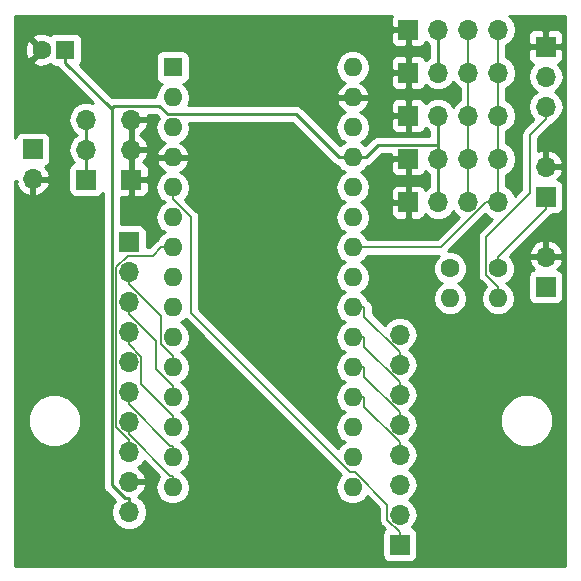
<source format=gbr>
%TF.GenerationSoftware,KiCad,Pcbnew,(5.0.1-3-g963ef8bb5)*%
%TF.CreationDate,2019-05-01T13:18:59-04:00*%
%TF.ProjectId,VHSBase,564853426173652E6B696361645F7063,rev?*%
%TF.SameCoordinates,Original*%
%TF.FileFunction,Copper,L2,Bot,Signal*%
%TF.FilePolarity,Positive*%
%FSLAX46Y46*%
G04 Gerber Fmt 4.6, Leading zero omitted, Abs format (unit mm)*
G04 Created by KiCad (PCBNEW (5.0.1-3-g963ef8bb5)) date Wednesday, May 01, 2019 at 01:18:59 pm*
%MOMM*%
%LPD*%
G01*
G04 APERTURE LIST*
%ADD10O,1.600000X1.600000*%
%ADD11R,1.600000X1.600000*%
%ADD12O,1.700000X1.700000*%
%ADD13R,1.700000X1.700000*%
%ADD14C,1.600000*%
%ADD15C,0.127000*%
%ADD16C,0.250000*%
%ADD17C,0.254000*%
G04 APERTURE END LIST*
D10*
X116215000Y-99255000D03*
X100975000Y-99255000D03*
X116215000Y-63695000D03*
X100975000Y-96715000D03*
X116215000Y-66235000D03*
X100975000Y-94175000D03*
X116215000Y-68775000D03*
X100975000Y-91635000D03*
X116215000Y-71315000D03*
X100975000Y-89095000D03*
X116215000Y-73855000D03*
X100975000Y-86555000D03*
X116215000Y-76395000D03*
X100975000Y-84015000D03*
X116215000Y-78935000D03*
X100975000Y-81475000D03*
X116215000Y-81475000D03*
X100975000Y-78935000D03*
X116215000Y-84015000D03*
X100975000Y-76395000D03*
X116215000Y-86555000D03*
X100975000Y-73855000D03*
X116215000Y-89095000D03*
X100975000Y-71315000D03*
X116215000Y-91635000D03*
X100975000Y-68775000D03*
X116215000Y-94175000D03*
X100975000Y-66235000D03*
X116215000Y-96715000D03*
D11*
X100975000Y-63695000D03*
D12*
X97282000Y-101346000D03*
X97282000Y-98806000D03*
X97282000Y-96266000D03*
X97282000Y-93726000D03*
X97282000Y-91186000D03*
X97282000Y-88646000D03*
X97282000Y-86106000D03*
X97282000Y-83566000D03*
X97282000Y-81026000D03*
D13*
X97282000Y-78486000D03*
D12*
X93646000Y-68116000D03*
X93646000Y-70656000D03*
D13*
X93646000Y-73196000D03*
D12*
X97456000Y-68116000D03*
X97456000Y-70656000D03*
D13*
X97456000Y-73196000D03*
D12*
X132558000Y-72104000D03*
D13*
X132558000Y-74644000D03*
X132558000Y-82264000D03*
D12*
X132558000Y-79724000D03*
D10*
X128526000Y-83250000D03*
D14*
X128526000Y-80710000D03*
X124462000Y-80710000D03*
D10*
X124462000Y-83250000D03*
D12*
X89136000Y-73178000D03*
D13*
X89136000Y-70638000D03*
D14*
X89886000Y-62198000D03*
D11*
X91886000Y-62198000D03*
D12*
X128541000Y-75105000D03*
X126001000Y-75105000D03*
X123461000Y-75105000D03*
D13*
X120921000Y-75105000D03*
D12*
X128541000Y-71455000D03*
X126001000Y-71455000D03*
X123461000Y-71455000D03*
D13*
X120921000Y-71455000D03*
X120921000Y-67805000D03*
D12*
X123461000Y-67805000D03*
X126001000Y-67805000D03*
X128541000Y-67805000D03*
X120200000Y-86320000D03*
X120200000Y-88860000D03*
X120200000Y-91400000D03*
X120200000Y-93940000D03*
X120200000Y-96480000D03*
X120200000Y-99020000D03*
X120200000Y-101560000D03*
D13*
X120200000Y-104100000D03*
D12*
X128541000Y-64155000D03*
X126001000Y-64155000D03*
X123461000Y-64155000D03*
D13*
X120921000Y-64155000D03*
X120921000Y-60505000D03*
D12*
X123461000Y-60505000D03*
X126001000Y-60505000D03*
X128541000Y-60505000D03*
X132558000Y-67024000D03*
X132558000Y-64484000D03*
D13*
X132558000Y-61944000D03*
D15*
X100975000Y-99255000D02*
X100975000Y-98264200D01*
X97282000Y-93726000D02*
X97282000Y-94766800D01*
X97282000Y-94766800D02*
X100779400Y-98264200D01*
X100779400Y-98264200D02*
X100975000Y-98264200D01*
D16*
X93646000Y-70656000D02*
X93646000Y-68116000D01*
X93646000Y-73196000D02*
X93646000Y-70656000D01*
D15*
X100975000Y-96715000D02*
X100975000Y-95724200D01*
X97282000Y-91186000D02*
X97282000Y-92226800D01*
X97282000Y-92226800D02*
X100779400Y-95724200D01*
X100779400Y-95724200D02*
X100975000Y-95724200D01*
X100975000Y-94175000D02*
X100975000Y-93184200D01*
X97282000Y-86106000D02*
X97282000Y-87146800D01*
X97282000Y-87146800D02*
X98322800Y-88187600D01*
X98322800Y-88187600D02*
X98322800Y-90532000D01*
X98322800Y-90532000D02*
X100975000Y-93184200D01*
X100975000Y-91635000D02*
X100975000Y-90644200D01*
X97282000Y-83566000D02*
X97282000Y-84606800D01*
X97282000Y-84606800D02*
X99533600Y-86858400D01*
X99533600Y-86858400D02*
X99533600Y-89202800D01*
X99533600Y-89202800D02*
X100975000Y-90644200D01*
D16*
X123461000Y-70261900D02*
X123461000Y-71455000D01*
X123461000Y-67805000D02*
X123461000Y-70261900D01*
X123461000Y-70261900D02*
X118393400Y-70261900D01*
X118393400Y-70261900D02*
X117340300Y-71315000D01*
X116215000Y-71315000D02*
X117340300Y-71315000D01*
X116215000Y-71315000D02*
X115089700Y-71315000D01*
X95829400Y-67165900D02*
X95829400Y-99085400D01*
X95829400Y-99085400D02*
X96914700Y-100170700D01*
X96914700Y-100170700D02*
X97282000Y-100170700D01*
X115089700Y-71315000D02*
X111424300Y-67649600D01*
X111424300Y-67649600D02*
X100558600Y-67649600D01*
X100558600Y-67649600D02*
X99849600Y-66940600D01*
X99849600Y-66940600D02*
X96054700Y-66940600D01*
X96054700Y-66940600D02*
X95829400Y-67165900D01*
X95829400Y-67165900D02*
X95728600Y-67165900D01*
X95728600Y-67165900D02*
X91886000Y-63323300D01*
X91886000Y-62198000D02*
X91886000Y-63323300D01*
X97282000Y-101346000D02*
X97282000Y-100170700D01*
X123461000Y-71455000D02*
X123461000Y-75105000D01*
X123461000Y-60505000D02*
X123461000Y-64155000D01*
D15*
X100975000Y-89095000D02*
X100975000Y-88104200D01*
X97282000Y-81026000D02*
X97282000Y-82066800D01*
X97282000Y-82066800D02*
X99984200Y-84769000D01*
X99984200Y-84769000D02*
X99984200Y-87113400D01*
X99984200Y-87113400D02*
X100975000Y-88104200D01*
X128541000Y-75105000D02*
X127500200Y-75105000D01*
X127500200Y-75105000D02*
X123670200Y-78935000D01*
X123670200Y-78935000D02*
X116215000Y-78935000D01*
X128541000Y-71455000D02*
X128541000Y-75105000D01*
X128541000Y-67805000D02*
X128541000Y-71455000D01*
X128541000Y-64155000D02*
X128541000Y-67805000D01*
X128541000Y-60505000D02*
X128541000Y-64155000D01*
X128526000Y-83250000D02*
X128526000Y-82259200D01*
X128526000Y-82259200D02*
X127510000Y-81243200D01*
X127510000Y-81243200D02*
X127510000Y-78025200D01*
X127510000Y-78025200D02*
X131208600Y-74326600D01*
X131208600Y-74326600D02*
X131208600Y-69414200D01*
X131208600Y-69414200D02*
X132558000Y-68064800D01*
X132558000Y-67024000D02*
X132558000Y-68064800D01*
X126001000Y-71455000D02*
X126001000Y-75105000D01*
X126001000Y-67805000D02*
X126001000Y-71455000D01*
X126001000Y-64155000D02*
X126001000Y-67805000D01*
X126001000Y-60505000D02*
X126001000Y-64155000D01*
X100975000Y-78935000D02*
X99984200Y-78935000D01*
X97282000Y-96266000D02*
X97282000Y-95225200D01*
X97282000Y-95225200D02*
X96218300Y-94161500D01*
X96218300Y-94161500D02*
X96218300Y-80600700D01*
X96218300Y-80600700D02*
X97183400Y-79635600D01*
X97183400Y-79635600D02*
X99283600Y-79635600D01*
X99283600Y-79635600D02*
X99984200Y-78935000D01*
X116215000Y-84015000D02*
X117205800Y-84015000D01*
X120200000Y-88860000D02*
X120200000Y-87819200D01*
X120200000Y-87819200D02*
X117205800Y-84825000D01*
X117205800Y-84825000D02*
X117205800Y-84015000D01*
X116215000Y-86555000D02*
X117205800Y-86555000D01*
X120200000Y-91400000D02*
X120200000Y-90359200D01*
X120200000Y-90359200D02*
X117205800Y-87365000D01*
X117205800Y-87365000D02*
X117205800Y-86555000D01*
X100975000Y-73855000D02*
X100975000Y-74845800D01*
X120200000Y-104100000D02*
X120200000Y-103059200D01*
X120200000Y-103059200D02*
X119159200Y-102018400D01*
X119159200Y-102018400D02*
X119159200Y-100750300D01*
X119159200Y-100750300D02*
X116393900Y-97985000D01*
X116393900Y-97985000D02*
X116028300Y-97985000D01*
X116028300Y-97985000D02*
X102524100Y-84480800D01*
X102524100Y-84480800D02*
X102524100Y-76394900D01*
X102524100Y-76394900D02*
X100975000Y-74845800D01*
X116215000Y-89095000D02*
X117205800Y-89095000D01*
X120200000Y-93940000D02*
X120200000Y-92899200D01*
X120200000Y-92899200D02*
X117205800Y-89905000D01*
X117205800Y-89905000D02*
X117205800Y-89095000D01*
X116215000Y-91635000D02*
X117205800Y-91635000D01*
X120200000Y-96480000D02*
X120200000Y-95439200D01*
X120200000Y-95439200D02*
X117205800Y-92445000D01*
X117205800Y-92445000D02*
X117205800Y-91635000D01*
X132558000Y-74644000D02*
X132558000Y-75684800D01*
X128526000Y-80710000D02*
X128526000Y-79716800D01*
X128526000Y-79716800D02*
X132558000Y-75684800D01*
D17*
G36*
X119436000Y-59528691D02*
X119436000Y-60219250D01*
X119594750Y-60378000D01*
X120794000Y-60378000D01*
X120794000Y-60358000D01*
X121048000Y-60358000D01*
X121048000Y-60378000D01*
X121068000Y-60378000D01*
X121068000Y-60632000D01*
X121048000Y-60632000D01*
X121048000Y-61831250D01*
X121206750Y-61990000D01*
X121897310Y-61990000D01*
X122130699Y-61893327D01*
X122309327Y-61714698D01*
X122375904Y-61553967D01*
X122390375Y-61575625D01*
X122701000Y-61783178D01*
X122701001Y-62876822D01*
X122390375Y-63084375D01*
X122375904Y-63106033D01*
X122309327Y-62945302D01*
X122130699Y-62766673D01*
X121897310Y-62670000D01*
X121206750Y-62670000D01*
X121048000Y-62828750D01*
X121048000Y-64028000D01*
X121068000Y-64028000D01*
X121068000Y-64282000D01*
X121048000Y-64282000D01*
X121048000Y-65481250D01*
X121206750Y-65640000D01*
X121897310Y-65640000D01*
X122130699Y-65543327D01*
X122309327Y-65364698D01*
X122375904Y-65203967D01*
X122390375Y-65225625D01*
X122881582Y-65553839D01*
X123314744Y-65640000D01*
X123607256Y-65640000D01*
X124040418Y-65553839D01*
X124531625Y-65225625D01*
X124731000Y-64927239D01*
X124930375Y-65225625D01*
X125302500Y-65474271D01*
X125302501Y-66485729D01*
X124930375Y-66734375D01*
X124731000Y-67032761D01*
X124531625Y-66734375D01*
X124040418Y-66406161D01*
X123607256Y-66320000D01*
X123314744Y-66320000D01*
X122881582Y-66406161D01*
X122390375Y-66734375D01*
X122375904Y-66756033D01*
X122309327Y-66595302D01*
X122130699Y-66416673D01*
X121897310Y-66320000D01*
X121206750Y-66320000D01*
X121048000Y-66478750D01*
X121048000Y-67678000D01*
X121068000Y-67678000D01*
X121068000Y-67932000D01*
X121048000Y-67932000D01*
X121048000Y-69131250D01*
X121206750Y-69290000D01*
X121897310Y-69290000D01*
X122130699Y-69193327D01*
X122309327Y-69014698D01*
X122375904Y-68853967D01*
X122390375Y-68875625D01*
X122701001Y-69083178D01*
X122701001Y-69501900D01*
X118468246Y-69501900D01*
X118393399Y-69487012D01*
X118318552Y-69501900D01*
X118318548Y-69501900D01*
X118096863Y-69545996D01*
X118096861Y-69545997D01*
X118096862Y-69545997D01*
X117908926Y-69671571D01*
X117908924Y-69671573D01*
X117845471Y-69713971D01*
X117803073Y-69777425D01*
X117269804Y-70310694D01*
X117249577Y-70280423D01*
X116897242Y-70045000D01*
X117249577Y-69809577D01*
X117566740Y-69334909D01*
X117678113Y-68775000D01*
X117566740Y-68215091D01*
X117483659Y-68090750D01*
X119436000Y-68090750D01*
X119436000Y-68781309D01*
X119532673Y-69014698D01*
X119711301Y-69193327D01*
X119944690Y-69290000D01*
X120635250Y-69290000D01*
X120794000Y-69131250D01*
X120794000Y-67932000D01*
X119594750Y-67932000D01*
X119436000Y-68090750D01*
X117483659Y-68090750D01*
X117249577Y-67740423D01*
X116865892Y-67484053D01*
X117070134Y-67387389D01*
X117446041Y-66972423D01*
X117505572Y-66828691D01*
X119436000Y-66828691D01*
X119436000Y-67519250D01*
X119594750Y-67678000D01*
X120794000Y-67678000D01*
X120794000Y-66478750D01*
X120635250Y-66320000D01*
X119944690Y-66320000D01*
X119711301Y-66416673D01*
X119532673Y-66595302D01*
X119436000Y-66828691D01*
X117505572Y-66828691D01*
X117606904Y-66584039D01*
X117484915Y-66362000D01*
X116342000Y-66362000D01*
X116342000Y-66382000D01*
X116088000Y-66382000D01*
X116088000Y-66362000D01*
X114945085Y-66362000D01*
X114823096Y-66584039D01*
X114983959Y-66972423D01*
X115359866Y-67387389D01*
X115564108Y-67484053D01*
X115180423Y-67740423D01*
X114863260Y-68215091D01*
X114751887Y-68775000D01*
X114863260Y-69334909D01*
X115180423Y-69809577D01*
X115532758Y-70045000D01*
X115180423Y-70280423D01*
X115160197Y-70310694D01*
X112014631Y-67165130D01*
X111972229Y-67101671D01*
X111720837Y-66933696D01*
X111499152Y-66889600D01*
X111499147Y-66889600D01*
X111424300Y-66874712D01*
X111349453Y-66889600D01*
X102263470Y-66889600D01*
X102326740Y-66794909D01*
X102438113Y-66235000D01*
X102326740Y-65675091D01*
X102009577Y-65200423D01*
X101888894Y-65119785D01*
X102022765Y-65093157D01*
X102232809Y-64952809D01*
X102373157Y-64742765D01*
X102422440Y-64495000D01*
X102422440Y-63695000D01*
X114751887Y-63695000D01*
X114863260Y-64254909D01*
X115180423Y-64729577D01*
X115564108Y-64985947D01*
X115359866Y-65082611D01*
X114983959Y-65497577D01*
X114823096Y-65885961D01*
X114945085Y-66108000D01*
X116088000Y-66108000D01*
X116088000Y-66088000D01*
X116342000Y-66088000D01*
X116342000Y-66108000D01*
X117484915Y-66108000D01*
X117606904Y-65885961D01*
X117446041Y-65497577D01*
X117070134Y-65082611D01*
X116865892Y-64985947D01*
X117249577Y-64729577D01*
X117442565Y-64440750D01*
X119436000Y-64440750D01*
X119436000Y-65131309D01*
X119532673Y-65364698D01*
X119711301Y-65543327D01*
X119944690Y-65640000D01*
X120635250Y-65640000D01*
X120794000Y-65481250D01*
X120794000Y-64282000D01*
X119594750Y-64282000D01*
X119436000Y-64440750D01*
X117442565Y-64440750D01*
X117566740Y-64254909D01*
X117678113Y-63695000D01*
X117575413Y-63178691D01*
X119436000Y-63178691D01*
X119436000Y-63869250D01*
X119594750Y-64028000D01*
X120794000Y-64028000D01*
X120794000Y-62828750D01*
X120635250Y-62670000D01*
X119944690Y-62670000D01*
X119711301Y-62766673D01*
X119532673Y-62945302D01*
X119436000Y-63178691D01*
X117575413Y-63178691D01*
X117566740Y-63135091D01*
X117249577Y-62660423D01*
X116774909Y-62343260D01*
X116356333Y-62260000D01*
X116073667Y-62260000D01*
X115655091Y-62343260D01*
X115180423Y-62660423D01*
X114863260Y-63135091D01*
X114751887Y-63695000D01*
X102422440Y-63695000D01*
X102422440Y-62895000D01*
X102373157Y-62647235D01*
X102232809Y-62437191D01*
X102022765Y-62296843D01*
X101775000Y-62247560D01*
X100175000Y-62247560D01*
X99927235Y-62296843D01*
X99717191Y-62437191D01*
X99576843Y-62647235D01*
X99527560Y-62895000D01*
X99527560Y-64495000D01*
X99576843Y-64742765D01*
X99717191Y-64952809D01*
X99927235Y-65093157D01*
X100061106Y-65119785D01*
X99940423Y-65200423D01*
X99623260Y-65675091D01*
X99522708Y-66180600D01*
X96129546Y-66180600D01*
X96054699Y-66165712D01*
X95979852Y-66180600D01*
X95979848Y-66180600D01*
X95844937Y-66207435D01*
X93113537Y-63476036D01*
X93143809Y-63455809D01*
X93284157Y-63245765D01*
X93333440Y-62998000D01*
X93333440Y-61398000D01*
X93284157Y-61150235D01*
X93143809Y-60940191D01*
X92933765Y-60799843D01*
X92888051Y-60790750D01*
X119436000Y-60790750D01*
X119436000Y-61481309D01*
X119532673Y-61714698D01*
X119711301Y-61893327D01*
X119944690Y-61990000D01*
X120635250Y-61990000D01*
X120794000Y-61831250D01*
X120794000Y-60632000D01*
X119594750Y-60632000D01*
X119436000Y-60790750D01*
X92888051Y-60790750D01*
X92686000Y-60750560D01*
X91086000Y-60750560D01*
X90838235Y-60799843D01*
X90628484Y-60939995D01*
X90102777Y-60751035D01*
X89532546Y-60778222D01*
X89131995Y-60944136D01*
X89057861Y-61190255D01*
X89886000Y-62018395D01*
X89900142Y-62004252D01*
X90079748Y-62183858D01*
X90065605Y-62198000D01*
X90079748Y-62212143D01*
X89900142Y-62391748D01*
X89886000Y-62377605D01*
X89057861Y-63205745D01*
X89131995Y-63451864D01*
X89669223Y-63644965D01*
X90239454Y-63617778D01*
X90629067Y-63456395D01*
X90838235Y-63596157D01*
X91086000Y-63645440D01*
X91187204Y-63645440D01*
X91338072Y-63871229D01*
X91401528Y-63913629D01*
X94200004Y-66712106D01*
X93792256Y-66631000D01*
X93499744Y-66631000D01*
X93066582Y-66717161D01*
X92575375Y-67045375D01*
X92247161Y-67536582D01*
X92131908Y-68116000D01*
X92247161Y-68695418D01*
X92575375Y-69186625D01*
X92873761Y-69386000D01*
X92575375Y-69585375D01*
X92247161Y-70076582D01*
X92131908Y-70656000D01*
X92247161Y-71235418D01*
X92575375Y-71726625D01*
X92593619Y-71738816D01*
X92548235Y-71747843D01*
X92338191Y-71888191D01*
X92197843Y-72098235D01*
X92148560Y-72346000D01*
X92148560Y-74046000D01*
X92197843Y-74293765D01*
X92338191Y-74503809D01*
X92548235Y-74644157D01*
X92796000Y-74693440D01*
X94496000Y-74693440D01*
X94743765Y-74644157D01*
X94953809Y-74503809D01*
X95069400Y-74330816D01*
X95069401Y-99010548D01*
X95054512Y-99085400D01*
X95113497Y-99381937D01*
X95210787Y-99527541D01*
X95281472Y-99633329D01*
X95344928Y-99675729D01*
X96104509Y-100435311D01*
X95883161Y-100766582D01*
X95767908Y-101346000D01*
X95883161Y-101925418D01*
X96211375Y-102416625D01*
X96702582Y-102744839D01*
X97135744Y-102831000D01*
X97428256Y-102831000D01*
X97861418Y-102744839D01*
X98352625Y-102416625D01*
X98680839Y-101925418D01*
X98796092Y-101346000D01*
X98680839Y-100766582D01*
X98352625Y-100275375D01*
X98035571Y-100063526D01*
X98035147Y-100061394D01*
X98163358Y-100001183D01*
X98553645Y-99572924D01*
X98723476Y-99162890D01*
X98602155Y-98933000D01*
X97409000Y-98933000D01*
X97409000Y-98953000D01*
X97155000Y-98953000D01*
X97155000Y-98933000D01*
X97135000Y-98933000D01*
X97135000Y-98679000D01*
X97155000Y-98679000D01*
X97155000Y-98659000D01*
X97409000Y-98659000D01*
X97409000Y-98679000D01*
X98602155Y-98679000D01*
X98723476Y-98449110D01*
X98553645Y-98039076D01*
X98163358Y-97610817D01*
X98033522Y-97549843D01*
X98352625Y-97336625D01*
X98557452Y-97030080D01*
X99863267Y-98335895D01*
X99623260Y-98695091D01*
X99511887Y-99255000D01*
X99623260Y-99814909D01*
X99940423Y-100289577D01*
X100415091Y-100606740D01*
X100833667Y-100690000D01*
X101116333Y-100690000D01*
X101534909Y-100606740D01*
X102009577Y-100289577D01*
X102326740Y-99814909D01*
X102438113Y-99255000D01*
X102326740Y-98695091D01*
X102009577Y-98220423D01*
X101657242Y-97985000D01*
X102009577Y-97749577D01*
X102326740Y-97274909D01*
X102438113Y-96715000D01*
X102326740Y-96155091D01*
X102009577Y-95680423D01*
X101657242Y-95445000D01*
X102009577Y-95209577D01*
X102326740Y-94734909D01*
X102438113Y-94175000D01*
X102326740Y-93615091D01*
X102009577Y-93140423D01*
X101657242Y-92905000D01*
X102009577Y-92669577D01*
X102326740Y-92194909D01*
X102438113Y-91635000D01*
X102326740Y-91075091D01*
X102009577Y-90600423D01*
X101657242Y-90365000D01*
X102009577Y-90129577D01*
X102326740Y-89654909D01*
X102438113Y-89095000D01*
X102326740Y-88535091D01*
X102009577Y-88060423D01*
X101657242Y-87825000D01*
X102009577Y-87589577D01*
X102326740Y-87114909D01*
X102438113Y-86555000D01*
X102326740Y-85995091D01*
X102009577Y-85520423D01*
X101657242Y-85285000D01*
X102009577Y-85049577D01*
X102043064Y-84999459D01*
X102078831Y-85023358D01*
X115237654Y-98182182D01*
X115180423Y-98220423D01*
X114863260Y-98695091D01*
X114751887Y-99255000D01*
X114863260Y-99814909D01*
X115180423Y-100289577D01*
X115655091Y-100606740D01*
X116073667Y-100690000D01*
X116356333Y-100690000D01*
X116774909Y-100606740D01*
X117249577Y-100289577D01*
X117434257Y-100013184D01*
X118460701Y-101039629D01*
X118460700Y-101949610D01*
X118447017Y-102018400D01*
X118460700Y-102087190D01*
X118460700Y-102087193D01*
X118501228Y-102290940D01*
X118655610Y-102521989D01*
X118713931Y-102560958D01*
X118923946Y-102770973D01*
X118892191Y-102792191D01*
X118751843Y-103002235D01*
X118702560Y-103250000D01*
X118702560Y-104950000D01*
X118751843Y-105197765D01*
X118892191Y-105407809D01*
X119102235Y-105548157D01*
X119350000Y-105597440D01*
X121050000Y-105597440D01*
X121297765Y-105548157D01*
X121507809Y-105407809D01*
X121648157Y-105197765D01*
X121697440Y-104950000D01*
X121697440Y-103250000D01*
X121648157Y-103002235D01*
X121507809Y-102792191D01*
X121297765Y-102651843D01*
X121252381Y-102642816D01*
X121270625Y-102630625D01*
X121598839Y-102139418D01*
X121714092Y-101560000D01*
X121598839Y-100980582D01*
X121270625Y-100489375D01*
X120972239Y-100290000D01*
X121270625Y-100090625D01*
X121598839Y-99599418D01*
X121714092Y-99020000D01*
X121598839Y-98440582D01*
X121270625Y-97949375D01*
X120972239Y-97750000D01*
X121270625Y-97550625D01*
X121598839Y-97059418D01*
X121714092Y-96480000D01*
X121598839Y-95900582D01*
X121270625Y-95409375D01*
X120972239Y-95210000D01*
X121270625Y-95010625D01*
X121598839Y-94519418D01*
X121714092Y-93940000D01*
X121598839Y-93360582D01*
X121461762Y-93155431D01*
X128715000Y-93155431D01*
X128715000Y-94044569D01*
X129055259Y-94866026D01*
X129683974Y-95494741D01*
X130505431Y-95835000D01*
X131394569Y-95835000D01*
X132216026Y-95494741D01*
X132844741Y-94866026D01*
X133185000Y-94044569D01*
X133185000Y-93155431D01*
X132844741Y-92333974D01*
X132216026Y-91705259D01*
X131394569Y-91365000D01*
X130505431Y-91365000D01*
X129683974Y-91705259D01*
X129055259Y-92333974D01*
X128715000Y-93155431D01*
X121461762Y-93155431D01*
X121270625Y-92869375D01*
X120972239Y-92670000D01*
X121270625Y-92470625D01*
X121598839Y-91979418D01*
X121714092Y-91400000D01*
X121598839Y-90820582D01*
X121270625Y-90329375D01*
X120972239Y-90130000D01*
X121270625Y-89930625D01*
X121598839Y-89439418D01*
X121714092Y-88860000D01*
X121598839Y-88280582D01*
X121270625Y-87789375D01*
X120972239Y-87590000D01*
X121270625Y-87390625D01*
X121598839Y-86899418D01*
X121714092Y-86320000D01*
X121598839Y-85740582D01*
X121270625Y-85249375D01*
X120779418Y-84921161D01*
X120346256Y-84835000D01*
X120053744Y-84835000D01*
X119620582Y-84921161D01*
X119129375Y-85249375D01*
X118924548Y-85555920D01*
X117904300Y-84535673D01*
X117904300Y-84083794D01*
X117917984Y-84015000D01*
X117863772Y-83742459D01*
X117709390Y-83511410D01*
X117519667Y-83384641D01*
X117249577Y-82980423D01*
X116897242Y-82745000D01*
X117249577Y-82509577D01*
X117566740Y-82034909D01*
X117678113Y-81475000D01*
X117566740Y-80915091D01*
X117249577Y-80440423D01*
X116897242Y-80205000D01*
X117249577Y-79969577D01*
X117474136Y-79633500D01*
X123509104Y-79633500D01*
X123245466Y-79897138D01*
X123027000Y-80424561D01*
X123027000Y-80995439D01*
X123245466Y-81522862D01*
X123649138Y-81926534D01*
X123779168Y-81980394D01*
X123427423Y-82215423D01*
X123110260Y-82690091D01*
X122998887Y-83250000D01*
X123110260Y-83809909D01*
X123427423Y-84284577D01*
X123902091Y-84601740D01*
X124320667Y-84685000D01*
X124603333Y-84685000D01*
X125021909Y-84601740D01*
X125496577Y-84284577D01*
X125813740Y-83809909D01*
X125925113Y-83250000D01*
X125813740Y-82690091D01*
X125496577Y-82215423D01*
X125144832Y-81980394D01*
X125274862Y-81926534D01*
X125678534Y-81522862D01*
X125897000Y-80995439D01*
X125897000Y-80424561D01*
X125678534Y-79897138D01*
X125274862Y-79493466D01*
X124747439Y-79275000D01*
X124318027Y-79275000D01*
X127449157Y-76143871D01*
X127470375Y-76175625D01*
X127961582Y-76503839D01*
X128029937Y-76517436D01*
X127064731Y-77482642D01*
X127006411Y-77521610D01*
X126967442Y-77579931D01*
X126852028Y-77752660D01*
X126797817Y-78025200D01*
X126811501Y-78093995D01*
X126811500Y-81174410D01*
X126797817Y-81243200D01*
X126811500Y-81311990D01*
X126811500Y-81311993D01*
X126852028Y-81515740D01*
X127006410Y-81746789D01*
X127064731Y-81785758D01*
X127493205Y-82214232D01*
X127491423Y-82215423D01*
X127174260Y-82690091D01*
X127062887Y-83250000D01*
X127174260Y-83809909D01*
X127491423Y-84284577D01*
X127966091Y-84601740D01*
X128384667Y-84685000D01*
X128667333Y-84685000D01*
X129085909Y-84601740D01*
X129560577Y-84284577D01*
X129877740Y-83809909D01*
X129989113Y-83250000D01*
X129877740Y-82690091D01*
X129560577Y-82215423D01*
X129208832Y-81980394D01*
X129338862Y-81926534D01*
X129742534Y-81522862D01*
X129787626Y-81414000D01*
X131060560Y-81414000D01*
X131060560Y-83114000D01*
X131109843Y-83361765D01*
X131250191Y-83571809D01*
X131460235Y-83712157D01*
X131708000Y-83761440D01*
X133408000Y-83761440D01*
X133655765Y-83712157D01*
X133865809Y-83571809D01*
X134006157Y-83361765D01*
X134055440Y-83114000D01*
X134055440Y-81414000D01*
X134006157Y-81166235D01*
X133865809Y-80956191D01*
X133655765Y-80815843D01*
X133552292Y-80795261D01*
X133829645Y-80490924D01*
X133999476Y-80080890D01*
X133878155Y-79851000D01*
X132685000Y-79851000D01*
X132685000Y-79871000D01*
X132431000Y-79871000D01*
X132431000Y-79851000D01*
X131237845Y-79851000D01*
X131116524Y-80080890D01*
X131286355Y-80490924D01*
X131563708Y-80795261D01*
X131460235Y-80815843D01*
X131250191Y-80956191D01*
X131109843Y-81166235D01*
X131060560Y-81414000D01*
X129787626Y-81414000D01*
X129961000Y-80995439D01*
X129961000Y-80424561D01*
X129742534Y-79897138D01*
X129538012Y-79692616D01*
X129863518Y-79367110D01*
X131116524Y-79367110D01*
X131237845Y-79597000D01*
X132431000Y-79597000D01*
X132431000Y-78403181D01*
X132685000Y-78403181D01*
X132685000Y-79597000D01*
X133878155Y-79597000D01*
X133999476Y-79367110D01*
X133829645Y-78957076D01*
X133439358Y-78528817D01*
X132914892Y-78282514D01*
X132685000Y-78403181D01*
X132431000Y-78403181D01*
X132201108Y-78282514D01*
X131676642Y-78528817D01*
X131286355Y-78957076D01*
X131116524Y-79367110D01*
X129863518Y-79367110D01*
X133003269Y-76227359D01*
X133061590Y-76188390D01*
X133092961Y-76141440D01*
X133408000Y-76141440D01*
X133655765Y-76092157D01*
X133865809Y-75951809D01*
X134006157Y-75741765D01*
X134055440Y-75494000D01*
X134055440Y-73794000D01*
X134006157Y-73546235D01*
X133865809Y-73336191D01*
X133655765Y-73195843D01*
X133552292Y-73175261D01*
X133829645Y-72870924D01*
X133999476Y-72460890D01*
X133878155Y-72231000D01*
X132685000Y-72231000D01*
X132685000Y-72251000D01*
X132431000Y-72251000D01*
X132431000Y-72231000D01*
X132411000Y-72231000D01*
X132411000Y-71977000D01*
X132431000Y-71977000D01*
X132431000Y-70783181D01*
X132685000Y-70783181D01*
X132685000Y-71977000D01*
X133878155Y-71977000D01*
X133999476Y-71747110D01*
X133829645Y-71337076D01*
X133439358Y-70908817D01*
X132914892Y-70662514D01*
X132685000Y-70783181D01*
X132431000Y-70783181D01*
X132201108Y-70662514D01*
X131907100Y-70800588D01*
X131907100Y-69703527D01*
X133003269Y-68607359D01*
X133061590Y-68568390D01*
X133176126Y-68396975D01*
X133628625Y-68094625D01*
X133956839Y-67603418D01*
X134072092Y-67024000D01*
X133956839Y-66444582D01*
X133628625Y-65953375D01*
X133330239Y-65754000D01*
X133628625Y-65554625D01*
X133956839Y-65063418D01*
X134072092Y-64484000D01*
X133956839Y-63904582D01*
X133628625Y-63413375D01*
X133606967Y-63398904D01*
X133767698Y-63332327D01*
X133946327Y-63153699D01*
X134043000Y-62920310D01*
X134043000Y-62229750D01*
X133884250Y-62071000D01*
X132685000Y-62071000D01*
X132685000Y-62091000D01*
X132431000Y-62091000D01*
X132431000Y-62071000D01*
X131231750Y-62071000D01*
X131073000Y-62229750D01*
X131073000Y-62920310D01*
X131169673Y-63153699D01*
X131348302Y-63332327D01*
X131509033Y-63398904D01*
X131487375Y-63413375D01*
X131159161Y-63904582D01*
X131043908Y-64484000D01*
X131159161Y-65063418D01*
X131487375Y-65554625D01*
X131785761Y-65754000D01*
X131487375Y-65953375D01*
X131159161Y-66444582D01*
X131043908Y-67024000D01*
X131159161Y-67603418D01*
X131487375Y-68094625D01*
X131519130Y-68115843D01*
X130763331Y-68871642D01*
X130705011Y-68910610D01*
X130666042Y-68968931D01*
X130550628Y-69141660D01*
X130496417Y-69414200D01*
X130510101Y-69482995D01*
X130510100Y-74037272D01*
X129953436Y-74593937D01*
X129939839Y-74525582D01*
X129611625Y-74034375D01*
X129239500Y-73785729D01*
X129239500Y-72774271D01*
X129611625Y-72525625D01*
X129939839Y-72034418D01*
X130055092Y-71455000D01*
X129939839Y-70875582D01*
X129611625Y-70384375D01*
X129239500Y-70135729D01*
X129239500Y-69124271D01*
X129611625Y-68875625D01*
X129939839Y-68384418D01*
X130055092Y-67805000D01*
X129939839Y-67225582D01*
X129611625Y-66734375D01*
X129239500Y-66485729D01*
X129239500Y-65474271D01*
X129611625Y-65225625D01*
X129939839Y-64734418D01*
X130055092Y-64155000D01*
X129939839Y-63575582D01*
X129611625Y-63084375D01*
X129239500Y-62835729D01*
X129239500Y-61824271D01*
X129611625Y-61575625D01*
X129939839Y-61084418D01*
X129963057Y-60967690D01*
X131073000Y-60967690D01*
X131073000Y-61658250D01*
X131231750Y-61817000D01*
X132431000Y-61817000D01*
X132431000Y-60617750D01*
X132685000Y-60617750D01*
X132685000Y-61817000D01*
X133884250Y-61817000D01*
X134043000Y-61658250D01*
X134043000Y-60967690D01*
X133946327Y-60734301D01*
X133767698Y-60555673D01*
X133534309Y-60459000D01*
X132843750Y-60459000D01*
X132685000Y-60617750D01*
X132431000Y-60617750D01*
X132272250Y-60459000D01*
X131581691Y-60459000D01*
X131348302Y-60555673D01*
X131169673Y-60734301D01*
X131073000Y-60967690D01*
X129963057Y-60967690D01*
X130055092Y-60505000D01*
X129939839Y-59925582D01*
X129611625Y-59434375D01*
X129425485Y-59310000D01*
X134240000Y-59310000D01*
X134240001Y-105890000D01*
X87660000Y-105890000D01*
X87660000Y-93155431D01*
X88715000Y-93155431D01*
X88715000Y-94044569D01*
X89055259Y-94866026D01*
X89683974Y-95494741D01*
X90505431Y-95835000D01*
X91394569Y-95835000D01*
X92216026Y-95494741D01*
X92844741Y-94866026D01*
X93185000Y-94044569D01*
X93185000Y-93155431D01*
X92844741Y-92333974D01*
X92216026Y-91705259D01*
X91394569Y-91365000D01*
X90505431Y-91365000D01*
X89683974Y-91705259D01*
X89055259Y-92333974D01*
X88715000Y-93155431D01*
X87660000Y-93155431D01*
X87660000Y-73305002D01*
X87815844Y-73305002D01*
X87694524Y-73534890D01*
X87864355Y-73944924D01*
X88254642Y-74373183D01*
X88779108Y-74619486D01*
X89009000Y-74498819D01*
X89009000Y-73305000D01*
X89263000Y-73305000D01*
X89263000Y-74498819D01*
X89492892Y-74619486D01*
X90017358Y-74373183D01*
X90407645Y-73944924D01*
X90577476Y-73534890D01*
X90456155Y-73305000D01*
X89263000Y-73305000D01*
X89009000Y-73305000D01*
X88989000Y-73305000D01*
X88989000Y-73051000D01*
X89009000Y-73051000D01*
X89009000Y-73031000D01*
X89263000Y-73031000D01*
X89263000Y-73051000D01*
X90456155Y-73051000D01*
X90577476Y-72821110D01*
X90407645Y-72411076D01*
X90130292Y-72106739D01*
X90233765Y-72086157D01*
X90443809Y-71945809D01*
X90584157Y-71735765D01*
X90633440Y-71488000D01*
X90633440Y-69788000D01*
X90584157Y-69540235D01*
X90443809Y-69330191D01*
X90233765Y-69189843D01*
X89986000Y-69140560D01*
X88286000Y-69140560D01*
X88038235Y-69189843D01*
X87828191Y-69330191D01*
X87687843Y-69540235D01*
X87660000Y-69680213D01*
X87660000Y-61981223D01*
X88439035Y-61981223D01*
X88466222Y-62551454D01*
X88632136Y-62952005D01*
X88878255Y-63026139D01*
X89706395Y-62198000D01*
X88878255Y-61369861D01*
X88632136Y-61443995D01*
X88439035Y-61981223D01*
X87660000Y-61981223D01*
X87660000Y-59310000D01*
X119526585Y-59310000D01*
X119436000Y-59528691D01*
X119436000Y-59528691D01*
G37*
X119436000Y-59528691D02*
X119436000Y-60219250D01*
X119594750Y-60378000D01*
X120794000Y-60378000D01*
X120794000Y-60358000D01*
X121048000Y-60358000D01*
X121048000Y-60378000D01*
X121068000Y-60378000D01*
X121068000Y-60632000D01*
X121048000Y-60632000D01*
X121048000Y-61831250D01*
X121206750Y-61990000D01*
X121897310Y-61990000D01*
X122130699Y-61893327D01*
X122309327Y-61714698D01*
X122375904Y-61553967D01*
X122390375Y-61575625D01*
X122701000Y-61783178D01*
X122701001Y-62876822D01*
X122390375Y-63084375D01*
X122375904Y-63106033D01*
X122309327Y-62945302D01*
X122130699Y-62766673D01*
X121897310Y-62670000D01*
X121206750Y-62670000D01*
X121048000Y-62828750D01*
X121048000Y-64028000D01*
X121068000Y-64028000D01*
X121068000Y-64282000D01*
X121048000Y-64282000D01*
X121048000Y-65481250D01*
X121206750Y-65640000D01*
X121897310Y-65640000D01*
X122130699Y-65543327D01*
X122309327Y-65364698D01*
X122375904Y-65203967D01*
X122390375Y-65225625D01*
X122881582Y-65553839D01*
X123314744Y-65640000D01*
X123607256Y-65640000D01*
X124040418Y-65553839D01*
X124531625Y-65225625D01*
X124731000Y-64927239D01*
X124930375Y-65225625D01*
X125302500Y-65474271D01*
X125302501Y-66485729D01*
X124930375Y-66734375D01*
X124731000Y-67032761D01*
X124531625Y-66734375D01*
X124040418Y-66406161D01*
X123607256Y-66320000D01*
X123314744Y-66320000D01*
X122881582Y-66406161D01*
X122390375Y-66734375D01*
X122375904Y-66756033D01*
X122309327Y-66595302D01*
X122130699Y-66416673D01*
X121897310Y-66320000D01*
X121206750Y-66320000D01*
X121048000Y-66478750D01*
X121048000Y-67678000D01*
X121068000Y-67678000D01*
X121068000Y-67932000D01*
X121048000Y-67932000D01*
X121048000Y-69131250D01*
X121206750Y-69290000D01*
X121897310Y-69290000D01*
X122130699Y-69193327D01*
X122309327Y-69014698D01*
X122375904Y-68853967D01*
X122390375Y-68875625D01*
X122701001Y-69083178D01*
X122701001Y-69501900D01*
X118468246Y-69501900D01*
X118393399Y-69487012D01*
X118318552Y-69501900D01*
X118318548Y-69501900D01*
X118096863Y-69545996D01*
X118096861Y-69545997D01*
X118096862Y-69545997D01*
X117908926Y-69671571D01*
X117908924Y-69671573D01*
X117845471Y-69713971D01*
X117803073Y-69777425D01*
X117269804Y-70310694D01*
X117249577Y-70280423D01*
X116897242Y-70045000D01*
X117249577Y-69809577D01*
X117566740Y-69334909D01*
X117678113Y-68775000D01*
X117566740Y-68215091D01*
X117483659Y-68090750D01*
X119436000Y-68090750D01*
X119436000Y-68781309D01*
X119532673Y-69014698D01*
X119711301Y-69193327D01*
X119944690Y-69290000D01*
X120635250Y-69290000D01*
X120794000Y-69131250D01*
X120794000Y-67932000D01*
X119594750Y-67932000D01*
X119436000Y-68090750D01*
X117483659Y-68090750D01*
X117249577Y-67740423D01*
X116865892Y-67484053D01*
X117070134Y-67387389D01*
X117446041Y-66972423D01*
X117505572Y-66828691D01*
X119436000Y-66828691D01*
X119436000Y-67519250D01*
X119594750Y-67678000D01*
X120794000Y-67678000D01*
X120794000Y-66478750D01*
X120635250Y-66320000D01*
X119944690Y-66320000D01*
X119711301Y-66416673D01*
X119532673Y-66595302D01*
X119436000Y-66828691D01*
X117505572Y-66828691D01*
X117606904Y-66584039D01*
X117484915Y-66362000D01*
X116342000Y-66362000D01*
X116342000Y-66382000D01*
X116088000Y-66382000D01*
X116088000Y-66362000D01*
X114945085Y-66362000D01*
X114823096Y-66584039D01*
X114983959Y-66972423D01*
X115359866Y-67387389D01*
X115564108Y-67484053D01*
X115180423Y-67740423D01*
X114863260Y-68215091D01*
X114751887Y-68775000D01*
X114863260Y-69334909D01*
X115180423Y-69809577D01*
X115532758Y-70045000D01*
X115180423Y-70280423D01*
X115160197Y-70310694D01*
X112014631Y-67165130D01*
X111972229Y-67101671D01*
X111720837Y-66933696D01*
X111499152Y-66889600D01*
X111499147Y-66889600D01*
X111424300Y-66874712D01*
X111349453Y-66889600D01*
X102263470Y-66889600D01*
X102326740Y-66794909D01*
X102438113Y-66235000D01*
X102326740Y-65675091D01*
X102009577Y-65200423D01*
X101888894Y-65119785D01*
X102022765Y-65093157D01*
X102232809Y-64952809D01*
X102373157Y-64742765D01*
X102422440Y-64495000D01*
X102422440Y-63695000D01*
X114751887Y-63695000D01*
X114863260Y-64254909D01*
X115180423Y-64729577D01*
X115564108Y-64985947D01*
X115359866Y-65082611D01*
X114983959Y-65497577D01*
X114823096Y-65885961D01*
X114945085Y-66108000D01*
X116088000Y-66108000D01*
X116088000Y-66088000D01*
X116342000Y-66088000D01*
X116342000Y-66108000D01*
X117484915Y-66108000D01*
X117606904Y-65885961D01*
X117446041Y-65497577D01*
X117070134Y-65082611D01*
X116865892Y-64985947D01*
X117249577Y-64729577D01*
X117442565Y-64440750D01*
X119436000Y-64440750D01*
X119436000Y-65131309D01*
X119532673Y-65364698D01*
X119711301Y-65543327D01*
X119944690Y-65640000D01*
X120635250Y-65640000D01*
X120794000Y-65481250D01*
X120794000Y-64282000D01*
X119594750Y-64282000D01*
X119436000Y-64440750D01*
X117442565Y-64440750D01*
X117566740Y-64254909D01*
X117678113Y-63695000D01*
X117575413Y-63178691D01*
X119436000Y-63178691D01*
X119436000Y-63869250D01*
X119594750Y-64028000D01*
X120794000Y-64028000D01*
X120794000Y-62828750D01*
X120635250Y-62670000D01*
X119944690Y-62670000D01*
X119711301Y-62766673D01*
X119532673Y-62945302D01*
X119436000Y-63178691D01*
X117575413Y-63178691D01*
X117566740Y-63135091D01*
X117249577Y-62660423D01*
X116774909Y-62343260D01*
X116356333Y-62260000D01*
X116073667Y-62260000D01*
X115655091Y-62343260D01*
X115180423Y-62660423D01*
X114863260Y-63135091D01*
X114751887Y-63695000D01*
X102422440Y-63695000D01*
X102422440Y-62895000D01*
X102373157Y-62647235D01*
X102232809Y-62437191D01*
X102022765Y-62296843D01*
X101775000Y-62247560D01*
X100175000Y-62247560D01*
X99927235Y-62296843D01*
X99717191Y-62437191D01*
X99576843Y-62647235D01*
X99527560Y-62895000D01*
X99527560Y-64495000D01*
X99576843Y-64742765D01*
X99717191Y-64952809D01*
X99927235Y-65093157D01*
X100061106Y-65119785D01*
X99940423Y-65200423D01*
X99623260Y-65675091D01*
X99522708Y-66180600D01*
X96129546Y-66180600D01*
X96054699Y-66165712D01*
X95979852Y-66180600D01*
X95979848Y-66180600D01*
X95844937Y-66207435D01*
X93113537Y-63476036D01*
X93143809Y-63455809D01*
X93284157Y-63245765D01*
X93333440Y-62998000D01*
X93333440Y-61398000D01*
X93284157Y-61150235D01*
X93143809Y-60940191D01*
X92933765Y-60799843D01*
X92888051Y-60790750D01*
X119436000Y-60790750D01*
X119436000Y-61481309D01*
X119532673Y-61714698D01*
X119711301Y-61893327D01*
X119944690Y-61990000D01*
X120635250Y-61990000D01*
X120794000Y-61831250D01*
X120794000Y-60632000D01*
X119594750Y-60632000D01*
X119436000Y-60790750D01*
X92888051Y-60790750D01*
X92686000Y-60750560D01*
X91086000Y-60750560D01*
X90838235Y-60799843D01*
X90628484Y-60939995D01*
X90102777Y-60751035D01*
X89532546Y-60778222D01*
X89131995Y-60944136D01*
X89057861Y-61190255D01*
X89886000Y-62018395D01*
X89900142Y-62004252D01*
X90079748Y-62183858D01*
X90065605Y-62198000D01*
X90079748Y-62212143D01*
X89900142Y-62391748D01*
X89886000Y-62377605D01*
X89057861Y-63205745D01*
X89131995Y-63451864D01*
X89669223Y-63644965D01*
X90239454Y-63617778D01*
X90629067Y-63456395D01*
X90838235Y-63596157D01*
X91086000Y-63645440D01*
X91187204Y-63645440D01*
X91338072Y-63871229D01*
X91401528Y-63913629D01*
X94200004Y-66712106D01*
X93792256Y-66631000D01*
X93499744Y-66631000D01*
X93066582Y-66717161D01*
X92575375Y-67045375D01*
X92247161Y-67536582D01*
X92131908Y-68116000D01*
X92247161Y-68695418D01*
X92575375Y-69186625D01*
X92873761Y-69386000D01*
X92575375Y-69585375D01*
X92247161Y-70076582D01*
X92131908Y-70656000D01*
X92247161Y-71235418D01*
X92575375Y-71726625D01*
X92593619Y-71738816D01*
X92548235Y-71747843D01*
X92338191Y-71888191D01*
X92197843Y-72098235D01*
X92148560Y-72346000D01*
X92148560Y-74046000D01*
X92197843Y-74293765D01*
X92338191Y-74503809D01*
X92548235Y-74644157D01*
X92796000Y-74693440D01*
X94496000Y-74693440D01*
X94743765Y-74644157D01*
X94953809Y-74503809D01*
X95069400Y-74330816D01*
X95069401Y-99010548D01*
X95054512Y-99085400D01*
X95113497Y-99381937D01*
X95210787Y-99527541D01*
X95281472Y-99633329D01*
X95344928Y-99675729D01*
X96104509Y-100435311D01*
X95883161Y-100766582D01*
X95767908Y-101346000D01*
X95883161Y-101925418D01*
X96211375Y-102416625D01*
X96702582Y-102744839D01*
X97135744Y-102831000D01*
X97428256Y-102831000D01*
X97861418Y-102744839D01*
X98352625Y-102416625D01*
X98680839Y-101925418D01*
X98796092Y-101346000D01*
X98680839Y-100766582D01*
X98352625Y-100275375D01*
X98035571Y-100063526D01*
X98035147Y-100061394D01*
X98163358Y-100001183D01*
X98553645Y-99572924D01*
X98723476Y-99162890D01*
X98602155Y-98933000D01*
X97409000Y-98933000D01*
X97409000Y-98953000D01*
X97155000Y-98953000D01*
X97155000Y-98933000D01*
X97135000Y-98933000D01*
X97135000Y-98679000D01*
X97155000Y-98679000D01*
X97155000Y-98659000D01*
X97409000Y-98659000D01*
X97409000Y-98679000D01*
X98602155Y-98679000D01*
X98723476Y-98449110D01*
X98553645Y-98039076D01*
X98163358Y-97610817D01*
X98033522Y-97549843D01*
X98352625Y-97336625D01*
X98557452Y-97030080D01*
X99863267Y-98335895D01*
X99623260Y-98695091D01*
X99511887Y-99255000D01*
X99623260Y-99814909D01*
X99940423Y-100289577D01*
X100415091Y-100606740D01*
X100833667Y-100690000D01*
X101116333Y-100690000D01*
X101534909Y-100606740D01*
X102009577Y-100289577D01*
X102326740Y-99814909D01*
X102438113Y-99255000D01*
X102326740Y-98695091D01*
X102009577Y-98220423D01*
X101657242Y-97985000D01*
X102009577Y-97749577D01*
X102326740Y-97274909D01*
X102438113Y-96715000D01*
X102326740Y-96155091D01*
X102009577Y-95680423D01*
X101657242Y-95445000D01*
X102009577Y-95209577D01*
X102326740Y-94734909D01*
X102438113Y-94175000D01*
X102326740Y-93615091D01*
X102009577Y-93140423D01*
X101657242Y-92905000D01*
X102009577Y-92669577D01*
X102326740Y-92194909D01*
X102438113Y-91635000D01*
X102326740Y-91075091D01*
X102009577Y-90600423D01*
X101657242Y-90365000D01*
X102009577Y-90129577D01*
X102326740Y-89654909D01*
X102438113Y-89095000D01*
X102326740Y-88535091D01*
X102009577Y-88060423D01*
X101657242Y-87825000D01*
X102009577Y-87589577D01*
X102326740Y-87114909D01*
X102438113Y-86555000D01*
X102326740Y-85995091D01*
X102009577Y-85520423D01*
X101657242Y-85285000D01*
X102009577Y-85049577D01*
X102043064Y-84999459D01*
X102078831Y-85023358D01*
X115237654Y-98182182D01*
X115180423Y-98220423D01*
X114863260Y-98695091D01*
X114751887Y-99255000D01*
X114863260Y-99814909D01*
X115180423Y-100289577D01*
X115655091Y-100606740D01*
X116073667Y-100690000D01*
X116356333Y-100690000D01*
X116774909Y-100606740D01*
X117249577Y-100289577D01*
X117434257Y-100013184D01*
X118460701Y-101039629D01*
X118460700Y-101949610D01*
X118447017Y-102018400D01*
X118460700Y-102087190D01*
X118460700Y-102087193D01*
X118501228Y-102290940D01*
X118655610Y-102521989D01*
X118713931Y-102560958D01*
X118923946Y-102770973D01*
X118892191Y-102792191D01*
X118751843Y-103002235D01*
X118702560Y-103250000D01*
X118702560Y-104950000D01*
X118751843Y-105197765D01*
X118892191Y-105407809D01*
X119102235Y-105548157D01*
X119350000Y-105597440D01*
X121050000Y-105597440D01*
X121297765Y-105548157D01*
X121507809Y-105407809D01*
X121648157Y-105197765D01*
X121697440Y-104950000D01*
X121697440Y-103250000D01*
X121648157Y-103002235D01*
X121507809Y-102792191D01*
X121297765Y-102651843D01*
X121252381Y-102642816D01*
X121270625Y-102630625D01*
X121598839Y-102139418D01*
X121714092Y-101560000D01*
X121598839Y-100980582D01*
X121270625Y-100489375D01*
X120972239Y-100290000D01*
X121270625Y-100090625D01*
X121598839Y-99599418D01*
X121714092Y-99020000D01*
X121598839Y-98440582D01*
X121270625Y-97949375D01*
X120972239Y-97750000D01*
X121270625Y-97550625D01*
X121598839Y-97059418D01*
X121714092Y-96480000D01*
X121598839Y-95900582D01*
X121270625Y-95409375D01*
X120972239Y-95210000D01*
X121270625Y-95010625D01*
X121598839Y-94519418D01*
X121714092Y-93940000D01*
X121598839Y-93360582D01*
X121461762Y-93155431D01*
X128715000Y-93155431D01*
X128715000Y-94044569D01*
X129055259Y-94866026D01*
X129683974Y-95494741D01*
X130505431Y-95835000D01*
X131394569Y-95835000D01*
X132216026Y-95494741D01*
X132844741Y-94866026D01*
X133185000Y-94044569D01*
X133185000Y-93155431D01*
X132844741Y-92333974D01*
X132216026Y-91705259D01*
X131394569Y-91365000D01*
X130505431Y-91365000D01*
X129683974Y-91705259D01*
X129055259Y-92333974D01*
X128715000Y-93155431D01*
X121461762Y-93155431D01*
X121270625Y-92869375D01*
X120972239Y-92670000D01*
X121270625Y-92470625D01*
X121598839Y-91979418D01*
X121714092Y-91400000D01*
X121598839Y-90820582D01*
X121270625Y-90329375D01*
X120972239Y-90130000D01*
X121270625Y-89930625D01*
X121598839Y-89439418D01*
X121714092Y-88860000D01*
X121598839Y-88280582D01*
X121270625Y-87789375D01*
X120972239Y-87590000D01*
X121270625Y-87390625D01*
X121598839Y-86899418D01*
X121714092Y-86320000D01*
X121598839Y-85740582D01*
X121270625Y-85249375D01*
X120779418Y-84921161D01*
X120346256Y-84835000D01*
X120053744Y-84835000D01*
X119620582Y-84921161D01*
X119129375Y-85249375D01*
X118924548Y-85555920D01*
X117904300Y-84535673D01*
X117904300Y-84083794D01*
X117917984Y-84015000D01*
X117863772Y-83742459D01*
X117709390Y-83511410D01*
X117519667Y-83384641D01*
X117249577Y-82980423D01*
X116897242Y-82745000D01*
X117249577Y-82509577D01*
X117566740Y-82034909D01*
X117678113Y-81475000D01*
X117566740Y-80915091D01*
X117249577Y-80440423D01*
X116897242Y-80205000D01*
X117249577Y-79969577D01*
X117474136Y-79633500D01*
X123509104Y-79633500D01*
X123245466Y-79897138D01*
X123027000Y-80424561D01*
X123027000Y-80995439D01*
X123245466Y-81522862D01*
X123649138Y-81926534D01*
X123779168Y-81980394D01*
X123427423Y-82215423D01*
X123110260Y-82690091D01*
X122998887Y-83250000D01*
X123110260Y-83809909D01*
X123427423Y-84284577D01*
X123902091Y-84601740D01*
X124320667Y-84685000D01*
X124603333Y-84685000D01*
X125021909Y-84601740D01*
X125496577Y-84284577D01*
X125813740Y-83809909D01*
X125925113Y-83250000D01*
X125813740Y-82690091D01*
X125496577Y-82215423D01*
X125144832Y-81980394D01*
X125274862Y-81926534D01*
X125678534Y-81522862D01*
X125897000Y-80995439D01*
X125897000Y-80424561D01*
X125678534Y-79897138D01*
X125274862Y-79493466D01*
X124747439Y-79275000D01*
X124318027Y-79275000D01*
X127449157Y-76143871D01*
X127470375Y-76175625D01*
X127961582Y-76503839D01*
X128029937Y-76517436D01*
X127064731Y-77482642D01*
X127006411Y-77521610D01*
X126967442Y-77579931D01*
X126852028Y-77752660D01*
X126797817Y-78025200D01*
X126811501Y-78093995D01*
X126811500Y-81174410D01*
X126797817Y-81243200D01*
X126811500Y-81311990D01*
X126811500Y-81311993D01*
X126852028Y-81515740D01*
X127006410Y-81746789D01*
X127064731Y-81785758D01*
X127493205Y-82214232D01*
X127491423Y-82215423D01*
X127174260Y-82690091D01*
X127062887Y-83250000D01*
X127174260Y-83809909D01*
X127491423Y-84284577D01*
X127966091Y-84601740D01*
X128384667Y-84685000D01*
X128667333Y-84685000D01*
X129085909Y-84601740D01*
X129560577Y-84284577D01*
X129877740Y-83809909D01*
X129989113Y-83250000D01*
X129877740Y-82690091D01*
X129560577Y-82215423D01*
X129208832Y-81980394D01*
X129338862Y-81926534D01*
X129742534Y-81522862D01*
X129787626Y-81414000D01*
X131060560Y-81414000D01*
X131060560Y-83114000D01*
X131109843Y-83361765D01*
X131250191Y-83571809D01*
X131460235Y-83712157D01*
X131708000Y-83761440D01*
X133408000Y-83761440D01*
X133655765Y-83712157D01*
X133865809Y-83571809D01*
X134006157Y-83361765D01*
X134055440Y-83114000D01*
X134055440Y-81414000D01*
X134006157Y-81166235D01*
X133865809Y-80956191D01*
X133655765Y-80815843D01*
X133552292Y-80795261D01*
X133829645Y-80490924D01*
X133999476Y-80080890D01*
X133878155Y-79851000D01*
X132685000Y-79851000D01*
X132685000Y-79871000D01*
X132431000Y-79871000D01*
X132431000Y-79851000D01*
X131237845Y-79851000D01*
X131116524Y-80080890D01*
X131286355Y-80490924D01*
X131563708Y-80795261D01*
X131460235Y-80815843D01*
X131250191Y-80956191D01*
X131109843Y-81166235D01*
X131060560Y-81414000D01*
X129787626Y-81414000D01*
X129961000Y-80995439D01*
X129961000Y-80424561D01*
X129742534Y-79897138D01*
X129538012Y-79692616D01*
X129863518Y-79367110D01*
X131116524Y-79367110D01*
X131237845Y-79597000D01*
X132431000Y-79597000D01*
X132431000Y-78403181D01*
X132685000Y-78403181D01*
X132685000Y-79597000D01*
X133878155Y-79597000D01*
X133999476Y-79367110D01*
X133829645Y-78957076D01*
X133439358Y-78528817D01*
X132914892Y-78282514D01*
X132685000Y-78403181D01*
X132431000Y-78403181D01*
X132201108Y-78282514D01*
X131676642Y-78528817D01*
X131286355Y-78957076D01*
X131116524Y-79367110D01*
X129863518Y-79367110D01*
X133003269Y-76227359D01*
X133061590Y-76188390D01*
X133092961Y-76141440D01*
X133408000Y-76141440D01*
X133655765Y-76092157D01*
X133865809Y-75951809D01*
X134006157Y-75741765D01*
X134055440Y-75494000D01*
X134055440Y-73794000D01*
X134006157Y-73546235D01*
X133865809Y-73336191D01*
X133655765Y-73195843D01*
X133552292Y-73175261D01*
X133829645Y-72870924D01*
X133999476Y-72460890D01*
X133878155Y-72231000D01*
X132685000Y-72231000D01*
X132685000Y-72251000D01*
X132431000Y-72251000D01*
X132431000Y-72231000D01*
X132411000Y-72231000D01*
X132411000Y-71977000D01*
X132431000Y-71977000D01*
X132431000Y-70783181D01*
X132685000Y-70783181D01*
X132685000Y-71977000D01*
X133878155Y-71977000D01*
X133999476Y-71747110D01*
X133829645Y-71337076D01*
X133439358Y-70908817D01*
X132914892Y-70662514D01*
X132685000Y-70783181D01*
X132431000Y-70783181D01*
X132201108Y-70662514D01*
X131907100Y-70800588D01*
X131907100Y-69703527D01*
X133003269Y-68607359D01*
X133061590Y-68568390D01*
X133176126Y-68396975D01*
X133628625Y-68094625D01*
X133956839Y-67603418D01*
X134072092Y-67024000D01*
X133956839Y-66444582D01*
X133628625Y-65953375D01*
X133330239Y-65754000D01*
X133628625Y-65554625D01*
X133956839Y-65063418D01*
X134072092Y-64484000D01*
X133956839Y-63904582D01*
X133628625Y-63413375D01*
X133606967Y-63398904D01*
X133767698Y-63332327D01*
X133946327Y-63153699D01*
X134043000Y-62920310D01*
X134043000Y-62229750D01*
X133884250Y-62071000D01*
X132685000Y-62071000D01*
X132685000Y-62091000D01*
X132431000Y-62091000D01*
X132431000Y-62071000D01*
X131231750Y-62071000D01*
X131073000Y-62229750D01*
X131073000Y-62920310D01*
X131169673Y-63153699D01*
X131348302Y-63332327D01*
X131509033Y-63398904D01*
X131487375Y-63413375D01*
X131159161Y-63904582D01*
X131043908Y-64484000D01*
X131159161Y-65063418D01*
X131487375Y-65554625D01*
X131785761Y-65754000D01*
X131487375Y-65953375D01*
X131159161Y-66444582D01*
X131043908Y-67024000D01*
X131159161Y-67603418D01*
X131487375Y-68094625D01*
X131519130Y-68115843D01*
X130763331Y-68871642D01*
X130705011Y-68910610D01*
X130666042Y-68968931D01*
X130550628Y-69141660D01*
X130496417Y-69414200D01*
X130510101Y-69482995D01*
X130510100Y-74037272D01*
X129953436Y-74593937D01*
X129939839Y-74525582D01*
X129611625Y-74034375D01*
X129239500Y-73785729D01*
X129239500Y-72774271D01*
X129611625Y-72525625D01*
X129939839Y-72034418D01*
X130055092Y-71455000D01*
X129939839Y-70875582D01*
X129611625Y-70384375D01*
X129239500Y-70135729D01*
X129239500Y-69124271D01*
X129611625Y-68875625D01*
X129939839Y-68384418D01*
X130055092Y-67805000D01*
X129939839Y-67225582D01*
X129611625Y-66734375D01*
X129239500Y-66485729D01*
X129239500Y-65474271D01*
X129611625Y-65225625D01*
X129939839Y-64734418D01*
X130055092Y-64155000D01*
X129939839Y-63575582D01*
X129611625Y-63084375D01*
X129239500Y-62835729D01*
X129239500Y-61824271D01*
X129611625Y-61575625D01*
X129939839Y-61084418D01*
X129963057Y-60967690D01*
X131073000Y-60967690D01*
X131073000Y-61658250D01*
X131231750Y-61817000D01*
X132431000Y-61817000D01*
X132431000Y-60617750D01*
X132685000Y-60617750D01*
X132685000Y-61817000D01*
X133884250Y-61817000D01*
X134043000Y-61658250D01*
X134043000Y-60967690D01*
X133946327Y-60734301D01*
X133767698Y-60555673D01*
X133534309Y-60459000D01*
X132843750Y-60459000D01*
X132685000Y-60617750D01*
X132431000Y-60617750D01*
X132272250Y-60459000D01*
X131581691Y-60459000D01*
X131348302Y-60555673D01*
X131169673Y-60734301D01*
X131073000Y-60967690D01*
X129963057Y-60967690D01*
X130055092Y-60505000D01*
X129939839Y-59925582D01*
X129611625Y-59434375D01*
X129425485Y-59310000D01*
X134240000Y-59310000D01*
X134240001Y-105890000D01*
X87660000Y-105890000D01*
X87660000Y-93155431D01*
X88715000Y-93155431D01*
X88715000Y-94044569D01*
X89055259Y-94866026D01*
X89683974Y-95494741D01*
X90505431Y-95835000D01*
X91394569Y-95835000D01*
X92216026Y-95494741D01*
X92844741Y-94866026D01*
X93185000Y-94044569D01*
X93185000Y-93155431D01*
X92844741Y-92333974D01*
X92216026Y-91705259D01*
X91394569Y-91365000D01*
X90505431Y-91365000D01*
X89683974Y-91705259D01*
X89055259Y-92333974D01*
X88715000Y-93155431D01*
X87660000Y-93155431D01*
X87660000Y-73305002D01*
X87815844Y-73305002D01*
X87694524Y-73534890D01*
X87864355Y-73944924D01*
X88254642Y-74373183D01*
X88779108Y-74619486D01*
X89009000Y-74498819D01*
X89009000Y-73305000D01*
X89263000Y-73305000D01*
X89263000Y-74498819D01*
X89492892Y-74619486D01*
X90017358Y-74373183D01*
X90407645Y-73944924D01*
X90577476Y-73534890D01*
X90456155Y-73305000D01*
X89263000Y-73305000D01*
X89009000Y-73305000D01*
X88989000Y-73305000D01*
X88989000Y-73051000D01*
X89009000Y-73051000D01*
X89009000Y-73031000D01*
X89263000Y-73031000D01*
X89263000Y-73051000D01*
X90456155Y-73051000D01*
X90577476Y-72821110D01*
X90407645Y-72411076D01*
X90130292Y-72106739D01*
X90233765Y-72086157D01*
X90443809Y-71945809D01*
X90584157Y-71735765D01*
X90633440Y-71488000D01*
X90633440Y-69788000D01*
X90584157Y-69540235D01*
X90443809Y-69330191D01*
X90233765Y-69189843D01*
X89986000Y-69140560D01*
X88286000Y-69140560D01*
X88038235Y-69189843D01*
X87828191Y-69330191D01*
X87687843Y-69540235D01*
X87660000Y-69680213D01*
X87660000Y-61981223D01*
X88439035Y-61981223D01*
X88466222Y-62551454D01*
X88632136Y-62952005D01*
X88878255Y-63026139D01*
X89706395Y-62198000D01*
X88878255Y-61369861D01*
X88632136Y-61443995D01*
X88439035Y-61981223D01*
X87660000Y-61981223D01*
X87660000Y-59310000D01*
X119526585Y-59310000D01*
X119436000Y-59528691D01*
G36*
X99793903Y-67959705D02*
X99623260Y-68215091D01*
X99511887Y-68775000D01*
X99623260Y-69334909D01*
X99940423Y-69809577D01*
X100324108Y-70065947D01*
X100119866Y-70162611D01*
X99743959Y-70577577D01*
X99583096Y-70965961D01*
X99705085Y-71188000D01*
X100848000Y-71188000D01*
X100848000Y-71168000D01*
X101102000Y-71168000D01*
X101102000Y-71188000D01*
X102244915Y-71188000D01*
X102366904Y-70965961D01*
X102206041Y-70577577D01*
X101830134Y-70162611D01*
X101625892Y-70065947D01*
X102009577Y-69809577D01*
X102326740Y-69334909D01*
X102438113Y-68775000D01*
X102365430Y-68409600D01*
X111109499Y-68409600D01*
X114499373Y-71799476D01*
X114541771Y-71862929D01*
X114605224Y-71905327D01*
X114605226Y-71905329D01*
X114712219Y-71976819D01*
X114793163Y-72030904D01*
X114994214Y-72070896D01*
X115180423Y-72349577D01*
X115532758Y-72585000D01*
X115180423Y-72820423D01*
X114863260Y-73295091D01*
X114751887Y-73855000D01*
X114863260Y-74414909D01*
X115180423Y-74889577D01*
X115532758Y-75125000D01*
X115180423Y-75360423D01*
X114863260Y-75835091D01*
X114751887Y-76395000D01*
X114863260Y-76954909D01*
X115180423Y-77429577D01*
X115532758Y-77665000D01*
X115180423Y-77900423D01*
X114863260Y-78375091D01*
X114751887Y-78935000D01*
X114863260Y-79494909D01*
X115180423Y-79969577D01*
X115532758Y-80205000D01*
X115180423Y-80440423D01*
X114863260Y-80915091D01*
X114751887Y-81475000D01*
X114863260Y-82034909D01*
X115180423Y-82509577D01*
X115532758Y-82745000D01*
X115180423Y-82980423D01*
X114863260Y-83455091D01*
X114751887Y-84015000D01*
X114863260Y-84574909D01*
X115180423Y-85049577D01*
X115532758Y-85285000D01*
X115180423Y-85520423D01*
X114863260Y-85995091D01*
X114751887Y-86555000D01*
X114863260Y-87114909D01*
X115180423Y-87589577D01*
X115532758Y-87825000D01*
X115180423Y-88060423D01*
X114863260Y-88535091D01*
X114751887Y-89095000D01*
X114863260Y-89654909D01*
X115180423Y-90129577D01*
X115532758Y-90365000D01*
X115180423Y-90600423D01*
X114863260Y-91075091D01*
X114751887Y-91635000D01*
X114863260Y-92194909D01*
X115180423Y-92669577D01*
X115532758Y-92905000D01*
X115180423Y-93140423D01*
X114863260Y-93615091D01*
X114751887Y-94175000D01*
X114863260Y-94734909D01*
X115180423Y-95209577D01*
X115532758Y-95445000D01*
X115180423Y-95680423D01*
X114992619Y-95961491D01*
X103222600Y-84191473D01*
X103222600Y-76463688D01*
X103236283Y-76394899D01*
X103222600Y-76326110D01*
X103222600Y-76326106D01*
X103182072Y-76122359D01*
X103027690Y-75891310D01*
X102969369Y-75852341D01*
X102007795Y-74890768D01*
X102009577Y-74889577D01*
X102326740Y-74414909D01*
X102438113Y-73855000D01*
X102326740Y-73295091D01*
X102009577Y-72820423D01*
X101625892Y-72564053D01*
X101830134Y-72467389D01*
X102206041Y-72052423D01*
X102366904Y-71664039D01*
X102244915Y-71442000D01*
X101102000Y-71442000D01*
X101102000Y-71462000D01*
X100848000Y-71462000D01*
X100848000Y-71442000D01*
X99705085Y-71442000D01*
X99583096Y-71664039D01*
X99743959Y-72052423D01*
X100119866Y-72467389D01*
X100324108Y-72564053D01*
X99940423Y-72820423D01*
X99623260Y-73295091D01*
X99511887Y-73855000D01*
X99623260Y-74414909D01*
X99940423Y-74889577D01*
X100292758Y-75125000D01*
X99940423Y-75360423D01*
X99623260Y-75835091D01*
X99511887Y-76395000D01*
X99623260Y-76954909D01*
X99940423Y-77429577D01*
X100292758Y-77665000D01*
X99940423Y-77900423D01*
X99670333Y-78304641D01*
X99480610Y-78431410D01*
X99441641Y-78489731D01*
X98994273Y-78937100D01*
X98779440Y-78937100D01*
X98779440Y-77636000D01*
X98730157Y-77388235D01*
X98589809Y-77178191D01*
X98379765Y-77037843D01*
X98132000Y-76988560D01*
X96589400Y-76988560D01*
X96589400Y-74681000D01*
X97170250Y-74681000D01*
X97329000Y-74522250D01*
X97329000Y-73323000D01*
X97583000Y-73323000D01*
X97583000Y-74522250D01*
X97741750Y-74681000D01*
X98432309Y-74681000D01*
X98665698Y-74584327D01*
X98844327Y-74405699D01*
X98941000Y-74172310D01*
X98941000Y-73481750D01*
X98782250Y-73323000D01*
X97583000Y-73323000D01*
X97329000Y-73323000D01*
X97309000Y-73323000D01*
X97309000Y-73069000D01*
X97329000Y-73069000D01*
X97329000Y-70783000D01*
X97583000Y-70783000D01*
X97583000Y-73069000D01*
X98782250Y-73069000D01*
X98941000Y-72910250D01*
X98941000Y-72219690D01*
X98844327Y-71986301D01*
X98665698Y-71807673D01*
X98456122Y-71720864D01*
X98727645Y-71422924D01*
X98897476Y-71012890D01*
X98776155Y-70783000D01*
X97583000Y-70783000D01*
X97329000Y-70783000D01*
X97309000Y-70783000D01*
X97309000Y-70529000D01*
X97329000Y-70529000D01*
X97329000Y-68243000D01*
X97583000Y-68243000D01*
X97583000Y-70529000D01*
X98776155Y-70529000D01*
X98897476Y-70299110D01*
X98727645Y-69889076D01*
X98337358Y-69460817D01*
X98178046Y-69386000D01*
X98337358Y-69311183D01*
X98727645Y-68882924D01*
X98897476Y-68472890D01*
X98776155Y-68243000D01*
X97583000Y-68243000D01*
X97329000Y-68243000D01*
X97309000Y-68243000D01*
X97309000Y-67989000D01*
X97329000Y-67989000D01*
X97329000Y-67969000D01*
X97583000Y-67969000D01*
X97583000Y-67989000D01*
X98776155Y-67989000D01*
X98897476Y-67759110D01*
X98873242Y-67700600D01*
X99534798Y-67700600D01*
X99793903Y-67959705D01*
X99793903Y-67959705D01*
G37*
X99793903Y-67959705D02*
X99623260Y-68215091D01*
X99511887Y-68775000D01*
X99623260Y-69334909D01*
X99940423Y-69809577D01*
X100324108Y-70065947D01*
X100119866Y-70162611D01*
X99743959Y-70577577D01*
X99583096Y-70965961D01*
X99705085Y-71188000D01*
X100848000Y-71188000D01*
X100848000Y-71168000D01*
X101102000Y-71168000D01*
X101102000Y-71188000D01*
X102244915Y-71188000D01*
X102366904Y-70965961D01*
X102206041Y-70577577D01*
X101830134Y-70162611D01*
X101625892Y-70065947D01*
X102009577Y-69809577D01*
X102326740Y-69334909D01*
X102438113Y-68775000D01*
X102365430Y-68409600D01*
X111109499Y-68409600D01*
X114499373Y-71799476D01*
X114541771Y-71862929D01*
X114605224Y-71905327D01*
X114605226Y-71905329D01*
X114712219Y-71976819D01*
X114793163Y-72030904D01*
X114994214Y-72070896D01*
X115180423Y-72349577D01*
X115532758Y-72585000D01*
X115180423Y-72820423D01*
X114863260Y-73295091D01*
X114751887Y-73855000D01*
X114863260Y-74414909D01*
X115180423Y-74889577D01*
X115532758Y-75125000D01*
X115180423Y-75360423D01*
X114863260Y-75835091D01*
X114751887Y-76395000D01*
X114863260Y-76954909D01*
X115180423Y-77429577D01*
X115532758Y-77665000D01*
X115180423Y-77900423D01*
X114863260Y-78375091D01*
X114751887Y-78935000D01*
X114863260Y-79494909D01*
X115180423Y-79969577D01*
X115532758Y-80205000D01*
X115180423Y-80440423D01*
X114863260Y-80915091D01*
X114751887Y-81475000D01*
X114863260Y-82034909D01*
X115180423Y-82509577D01*
X115532758Y-82745000D01*
X115180423Y-82980423D01*
X114863260Y-83455091D01*
X114751887Y-84015000D01*
X114863260Y-84574909D01*
X115180423Y-85049577D01*
X115532758Y-85285000D01*
X115180423Y-85520423D01*
X114863260Y-85995091D01*
X114751887Y-86555000D01*
X114863260Y-87114909D01*
X115180423Y-87589577D01*
X115532758Y-87825000D01*
X115180423Y-88060423D01*
X114863260Y-88535091D01*
X114751887Y-89095000D01*
X114863260Y-89654909D01*
X115180423Y-90129577D01*
X115532758Y-90365000D01*
X115180423Y-90600423D01*
X114863260Y-91075091D01*
X114751887Y-91635000D01*
X114863260Y-92194909D01*
X115180423Y-92669577D01*
X115532758Y-92905000D01*
X115180423Y-93140423D01*
X114863260Y-93615091D01*
X114751887Y-94175000D01*
X114863260Y-94734909D01*
X115180423Y-95209577D01*
X115532758Y-95445000D01*
X115180423Y-95680423D01*
X114992619Y-95961491D01*
X103222600Y-84191473D01*
X103222600Y-76463688D01*
X103236283Y-76394899D01*
X103222600Y-76326110D01*
X103222600Y-76326106D01*
X103182072Y-76122359D01*
X103027690Y-75891310D01*
X102969369Y-75852341D01*
X102007795Y-74890768D01*
X102009577Y-74889577D01*
X102326740Y-74414909D01*
X102438113Y-73855000D01*
X102326740Y-73295091D01*
X102009577Y-72820423D01*
X101625892Y-72564053D01*
X101830134Y-72467389D01*
X102206041Y-72052423D01*
X102366904Y-71664039D01*
X102244915Y-71442000D01*
X101102000Y-71442000D01*
X101102000Y-71462000D01*
X100848000Y-71462000D01*
X100848000Y-71442000D01*
X99705085Y-71442000D01*
X99583096Y-71664039D01*
X99743959Y-72052423D01*
X100119866Y-72467389D01*
X100324108Y-72564053D01*
X99940423Y-72820423D01*
X99623260Y-73295091D01*
X99511887Y-73855000D01*
X99623260Y-74414909D01*
X99940423Y-74889577D01*
X100292758Y-75125000D01*
X99940423Y-75360423D01*
X99623260Y-75835091D01*
X99511887Y-76395000D01*
X99623260Y-76954909D01*
X99940423Y-77429577D01*
X100292758Y-77665000D01*
X99940423Y-77900423D01*
X99670333Y-78304641D01*
X99480610Y-78431410D01*
X99441641Y-78489731D01*
X98994273Y-78937100D01*
X98779440Y-78937100D01*
X98779440Y-77636000D01*
X98730157Y-77388235D01*
X98589809Y-77178191D01*
X98379765Y-77037843D01*
X98132000Y-76988560D01*
X96589400Y-76988560D01*
X96589400Y-74681000D01*
X97170250Y-74681000D01*
X97329000Y-74522250D01*
X97329000Y-73323000D01*
X97583000Y-73323000D01*
X97583000Y-74522250D01*
X97741750Y-74681000D01*
X98432309Y-74681000D01*
X98665698Y-74584327D01*
X98844327Y-74405699D01*
X98941000Y-74172310D01*
X98941000Y-73481750D01*
X98782250Y-73323000D01*
X97583000Y-73323000D01*
X97329000Y-73323000D01*
X97309000Y-73323000D01*
X97309000Y-73069000D01*
X97329000Y-73069000D01*
X97329000Y-70783000D01*
X97583000Y-70783000D01*
X97583000Y-73069000D01*
X98782250Y-73069000D01*
X98941000Y-72910250D01*
X98941000Y-72219690D01*
X98844327Y-71986301D01*
X98665698Y-71807673D01*
X98456122Y-71720864D01*
X98727645Y-71422924D01*
X98897476Y-71012890D01*
X98776155Y-70783000D01*
X97583000Y-70783000D01*
X97329000Y-70783000D01*
X97309000Y-70783000D01*
X97309000Y-70529000D01*
X97329000Y-70529000D01*
X97329000Y-68243000D01*
X97583000Y-68243000D01*
X97583000Y-70529000D01*
X98776155Y-70529000D01*
X98897476Y-70299110D01*
X98727645Y-69889076D01*
X98337358Y-69460817D01*
X98178046Y-69386000D01*
X98337358Y-69311183D01*
X98727645Y-68882924D01*
X98897476Y-68472890D01*
X98776155Y-68243000D01*
X97583000Y-68243000D01*
X97329000Y-68243000D01*
X97309000Y-68243000D01*
X97309000Y-67989000D01*
X97329000Y-67989000D01*
X97329000Y-67969000D01*
X97583000Y-67969000D01*
X97583000Y-67989000D01*
X98776155Y-67989000D01*
X98897476Y-67759110D01*
X98873242Y-67700600D01*
X99534798Y-67700600D01*
X99793903Y-67959705D01*
G36*
X119436000Y-71169250D02*
X119594750Y-71328000D01*
X120794000Y-71328000D01*
X120794000Y-71308000D01*
X121048000Y-71308000D01*
X121048000Y-71328000D01*
X121068000Y-71328000D01*
X121068000Y-71582000D01*
X121048000Y-71582000D01*
X121048000Y-72781250D01*
X121206750Y-72940000D01*
X121897310Y-72940000D01*
X122130699Y-72843327D01*
X122309327Y-72664698D01*
X122375904Y-72503967D01*
X122390375Y-72525625D01*
X122701000Y-72733178D01*
X122701001Y-73826822D01*
X122390375Y-74034375D01*
X122375904Y-74056033D01*
X122309327Y-73895302D01*
X122130699Y-73716673D01*
X121897310Y-73620000D01*
X121206750Y-73620000D01*
X121048000Y-73778750D01*
X121048000Y-74978000D01*
X121068000Y-74978000D01*
X121068000Y-75232000D01*
X121048000Y-75232000D01*
X121048000Y-76431250D01*
X121206750Y-76590000D01*
X121897310Y-76590000D01*
X122130699Y-76493327D01*
X122309327Y-76314698D01*
X122375904Y-76153967D01*
X122390375Y-76175625D01*
X122881582Y-76503839D01*
X123314744Y-76590000D01*
X123607256Y-76590000D01*
X124040418Y-76503839D01*
X124531625Y-76175625D01*
X124731000Y-75877239D01*
X124930375Y-76175625D01*
X125236920Y-76380452D01*
X123380873Y-78236500D01*
X117474136Y-78236500D01*
X117249577Y-77900423D01*
X116897242Y-77665000D01*
X117249577Y-77429577D01*
X117566740Y-76954909D01*
X117678113Y-76395000D01*
X117566740Y-75835091D01*
X117269841Y-75390750D01*
X119436000Y-75390750D01*
X119436000Y-76081309D01*
X119532673Y-76314698D01*
X119711301Y-76493327D01*
X119944690Y-76590000D01*
X120635250Y-76590000D01*
X120794000Y-76431250D01*
X120794000Y-75232000D01*
X119594750Y-75232000D01*
X119436000Y-75390750D01*
X117269841Y-75390750D01*
X117249577Y-75360423D01*
X116897242Y-75125000D01*
X117249577Y-74889577D01*
X117566740Y-74414909D01*
X117623672Y-74128691D01*
X119436000Y-74128691D01*
X119436000Y-74819250D01*
X119594750Y-74978000D01*
X120794000Y-74978000D01*
X120794000Y-73778750D01*
X120635250Y-73620000D01*
X119944690Y-73620000D01*
X119711301Y-73716673D01*
X119532673Y-73895302D01*
X119436000Y-74128691D01*
X117623672Y-74128691D01*
X117678113Y-73855000D01*
X117566740Y-73295091D01*
X117249577Y-72820423D01*
X116897242Y-72585000D01*
X117249577Y-72349577D01*
X117435786Y-72070896D01*
X117636837Y-72030904D01*
X117888229Y-71862929D01*
X117930631Y-71799471D01*
X117989352Y-71740750D01*
X119436000Y-71740750D01*
X119436000Y-72431309D01*
X119532673Y-72664698D01*
X119711301Y-72843327D01*
X119944690Y-72940000D01*
X120635250Y-72940000D01*
X120794000Y-72781250D01*
X120794000Y-71582000D01*
X119594750Y-71582000D01*
X119436000Y-71740750D01*
X117989352Y-71740750D01*
X118708203Y-71021900D01*
X119436000Y-71021900D01*
X119436000Y-71169250D01*
X119436000Y-71169250D01*
G37*
X119436000Y-71169250D02*
X119594750Y-71328000D01*
X120794000Y-71328000D01*
X120794000Y-71308000D01*
X121048000Y-71308000D01*
X121048000Y-71328000D01*
X121068000Y-71328000D01*
X121068000Y-71582000D01*
X121048000Y-71582000D01*
X121048000Y-72781250D01*
X121206750Y-72940000D01*
X121897310Y-72940000D01*
X122130699Y-72843327D01*
X122309327Y-72664698D01*
X122375904Y-72503967D01*
X122390375Y-72525625D01*
X122701000Y-72733178D01*
X122701001Y-73826822D01*
X122390375Y-74034375D01*
X122375904Y-74056033D01*
X122309327Y-73895302D01*
X122130699Y-73716673D01*
X121897310Y-73620000D01*
X121206750Y-73620000D01*
X121048000Y-73778750D01*
X121048000Y-74978000D01*
X121068000Y-74978000D01*
X121068000Y-75232000D01*
X121048000Y-75232000D01*
X121048000Y-76431250D01*
X121206750Y-76590000D01*
X121897310Y-76590000D01*
X122130699Y-76493327D01*
X122309327Y-76314698D01*
X122375904Y-76153967D01*
X122390375Y-76175625D01*
X122881582Y-76503839D01*
X123314744Y-76590000D01*
X123607256Y-76590000D01*
X124040418Y-76503839D01*
X124531625Y-76175625D01*
X124731000Y-75877239D01*
X124930375Y-76175625D01*
X125236920Y-76380452D01*
X123380873Y-78236500D01*
X117474136Y-78236500D01*
X117249577Y-77900423D01*
X116897242Y-77665000D01*
X117249577Y-77429577D01*
X117566740Y-76954909D01*
X117678113Y-76395000D01*
X117566740Y-75835091D01*
X117269841Y-75390750D01*
X119436000Y-75390750D01*
X119436000Y-76081309D01*
X119532673Y-76314698D01*
X119711301Y-76493327D01*
X119944690Y-76590000D01*
X120635250Y-76590000D01*
X120794000Y-76431250D01*
X120794000Y-75232000D01*
X119594750Y-75232000D01*
X119436000Y-75390750D01*
X117269841Y-75390750D01*
X117249577Y-75360423D01*
X116897242Y-75125000D01*
X117249577Y-74889577D01*
X117566740Y-74414909D01*
X117623672Y-74128691D01*
X119436000Y-74128691D01*
X119436000Y-74819250D01*
X119594750Y-74978000D01*
X120794000Y-74978000D01*
X120794000Y-73778750D01*
X120635250Y-73620000D01*
X119944690Y-73620000D01*
X119711301Y-73716673D01*
X119532673Y-73895302D01*
X119436000Y-74128691D01*
X117623672Y-74128691D01*
X117678113Y-73855000D01*
X117566740Y-73295091D01*
X117249577Y-72820423D01*
X116897242Y-72585000D01*
X117249577Y-72349577D01*
X117435786Y-72070896D01*
X117636837Y-72030904D01*
X117888229Y-71862929D01*
X117930631Y-71799471D01*
X117989352Y-71740750D01*
X119436000Y-71740750D01*
X119436000Y-72431309D01*
X119532673Y-72664698D01*
X119711301Y-72843327D01*
X119944690Y-72940000D01*
X120635250Y-72940000D01*
X120794000Y-72781250D01*
X120794000Y-71582000D01*
X119594750Y-71582000D01*
X119436000Y-71740750D01*
X117989352Y-71740750D01*
X118708203Y-71021900D01*
X119436000Y-71021900D01*
X119436000Y-71169250D01*
M02*

</source>
